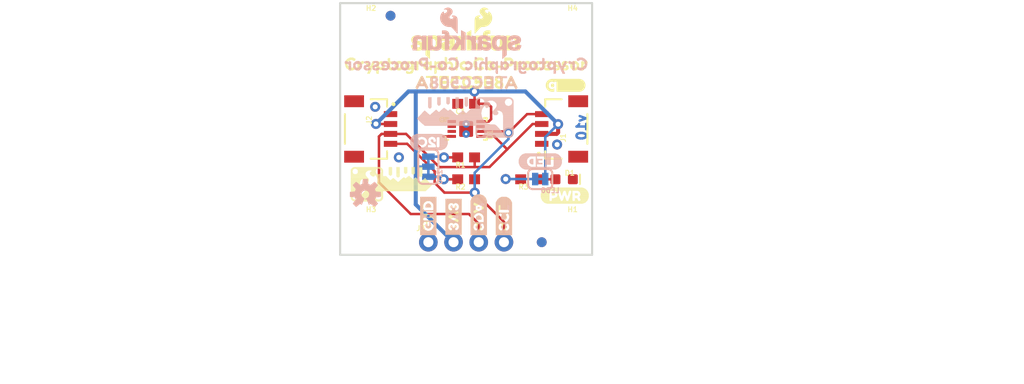
<source format=kicad_pcb>
(kicad_pcb (version 20211014) (generator pcbnew)
  (layers (0 "F.Cu" signal) (31 "B.Cu" signal) (34 "B.Paste" user) (35 "F.Paste" user) (36 "B.SilkS" user "B.Silkscreen") (37 "F.SilkS" user "F.Silkscreen") (38 "B.Mask" user) (39 "F.Mask" user) (44 "Edge.Cuts" user))
  (net 0 "")
  (net 1 "GND")
  (net 2 "SCL")
  (net 3 "SDA")
  (net 4 "3.3V")
  (net 5 "N$4")
  (net 6 "N$5")
  (net 7 "N$3")
  (net 8 "N$7")
  (footprint "boardEagle:LED-0603" (layer "F.Cu") (at 158.3817 110.0836)
    (fp_text reference "D1" (at 0 -0.635) (layer "F.SilkS") (effects (font (size 0.512064 0.512064) (thickness 0.097536)) (justify left)))
    (fp_text value "RED")
    (pad "A" smd roundrect (at -0.877 0 270) (size 1 1) (layers "F.Cu" "F.Paste" "F.Mask") (roundrect_rratio 0.15) (net 7 "N$3"))
    (pad "C" smd roundrect (at 0.877 0 270) (size 1 1) (layers "F.Cu" "F.Paste" "F.Mask") (roundrect_rratio 0.15) (net 1 "GND"))
  )
  (footprint "boardEagle:SCL6" (layer "F.Cu") (at 152.3111 116.205 90)
    (fp_text reference "U$6" hide)
    (fp_text value "" hide)
  )
  (footprint "boardEagle:CRYPTO_COPROCESSOR_LOGO#04#PNG" (layer "F.Cu") (at 140.8811 110.49)
    (fp_text reference "U$18" hide)
    (fp_text value "" hide)
  )
  (footprint "boardEagle:0603" (layer "F.Cu") (at 148.5011 110.0836 180)
    (fp_text reference "R2" (at 0 -0.762) (layer "F.SilkS") (effects (font (size 0.512064 0.512064) (thickness 0.097536)) (justify right)))
    (fp_text value "4.7k")
    (pad "1" smd rect (at -0.85 0 180) (size 1.1 1) (layers "F.Cu" "F.Paste" "F.Mask") (net 2 "SCL"))
    (pad "2" smd rect (at 0.85 0 180) (size 1.1 1) (layers "F.Cu" "F.Paste" "F.Mask") (net 6 "N$5"))
  )
  (footprint "boardEagle:0603" (layer "F.Cu") (at 148.5011 107.8738 180)
    (fp_text reference "R1" (at 0 -0.762) (layer "F.SilkS") (effects (font (size 0.512064 0.512064) (thickness 0.097536)) (justify right)))
    (fp_text value "4.7k")
    (pad "1" smd rect (at -0.85 0 180) (size 1.1 1) (layers "F.Cu" "F.Paste" "F.Mask") (net 3 "SDA"))
    (pad "2" smd rect (at 0.85 0 180) (size 1.1 1) (layers "F.Cu" "F.Paste" "F.Mask") (net 5 "N$4"))
  )
  (footprint "boardEagle:3V34" (layer "F.Cu") (at 147.2311 116.205 90)
    (fp_text reference "U$2" hide)
    (fp_text value "" hide)
  )
  (footprint "boardEagle:PWR0" (layer "F.Cu") (at 155.9433 111.7346)
    (fp_text reference "U$13" hide)
    (fp_text value "" hide)
  )
  (footprint "boardEagle:FIDUCIAL-1X2" (layer "F.Cu") (at 140.8811 93.5736)
    (fp_text reference "FD1" hide)
    (fp_text value "FIDUCIAL1X2" hide)
    (pad "1" smd roundrect (at 0 0) (size 1 1) (layers "F.Cu" "F.Mask") (roundrect_rratio 0.5))
  )
  (footprint "boardEagle:CRYPTOGRAPHIC_CO#PROCESSOR0" (layer "F.Cu") (at 135.0899 98.425)
    (fp_text reference "U$17" hide)
    (fp_text value "" hide)
  )
  (footprint "boardEagle:STAND-OFF" (layer "F.Cu") (at 158.6611 115.1636)
    (fp_text reference "H1" (at 0 -2.032) (layer "F.SilkS") (effects (font (size 0.512064 0.512064) (thickness 0.097536)) (justify left)))
    (fp_text value "STAND-OFF")
    (pad "" np_thru_hole circle (at 0 0) (size 3.302 3.302) (drill 3.302) (layers *.Cu *.Mask))
  )
  (footprint "boardEagle:SDA5" (layer "F.Cu") (at 149.7711 116.205 90)
    (fp_text reference "U$5" hide)
    (fp_text value "" hide)
  )
  (footprint "boardEagle:STAND-OFF" (layer "F.Cu") (at 138.3411 115.1636)
    (fp_text reference "H3" (at 0 -2.032) (layer "F.SilkS") (effects (font (size 0.512064 0.512064) (thickness 0.097536)) (justify left)))
    (fp_text value "STAND-OFF")
    (pad "" np_thru_hole circle (at 0 0) (size 3.302 3.302) (drill 3.302) (layers *.Cu *.Mask))
  )
  (footprint "boardEagle:0603" (layer "F.Cu") (at 154.8511 110.0836 180)
    (fp_text reference "R3" (at 0 -0.762) (layer "F.SilkS") (effects (font (size 0.512064 0.512064) (thickness 0.097536)) (justify right)))
    (fp_text value "1k")
    (pad "1" smd rect (at -0.85 0 180) (size 1.1 1) (layers "F.Cu" "F.Paste" "F.Mask") (net 7 "N$3"))
    (pad "2" smd rect (at 0.85 0 180) (size 1.1 1) (layers "F.Cu" "F.Paste" "F.Mask") (net 8 "N$7"))
  )
  (footprint "boardEagle:STAND-OFF" (layer "F.Cu") (at 138.3411 94.8436)
    (fp_text reference "H2" (at 0 -2.032) (layer "F.SilkS") (effects (font (size 0.512064 0.512064) (thickness 0.097536)) (justify left)))
    (fp_text value "STAND-OFF")
    (pad "" np_thru_hole circle (at 0 0) (size 3.302 3.302) (drill 3.302) (layers *.Cu *.Mask))
  )
  (footprint "boardEagle:UDFN_2X3MM" (layer "F.Cu") (at 148.5011 105.0036 -90)
    (fp_text reference "U1" (at 0 -2.413 90) (layer "F.SilkS") (effects (font (size 0.512064 0.512064) (thickness 0.097536)) (justify right)))
    (fp_text value "ATECC508A")
    (pad "1" smd rect (at -0.75 1.45 270) (size 0.3 0.85) (layers "F.Cu" "F.Paste" "F.Mask"))
    (pad "2" smd rect (at -0.25 1.45 270) (size 0.3 0.85) (layers "F.Cu" "F.Paste" "F.Mask"))
    (pad "3" smd rect (at 0.25 1.45 270) (size 0.3 0.85) (layers "F.Cu" "F.Paste" "F.Mask"))
    (pad "4" smd rect (at 0.75 1.45 270) (size 0.3 0.85) (layers "F.Cu" "F.Paste" "F.Mask") (net 1 "GND"))
    (pad "5" smd rect (at 0.75 -1.45 270) (size 0.3 0.85) (layers "F.Cu" "F.Paste" "F.Mask") (net 3 "SDA"))
    (pad "6" smd rect (at 0.25 -1.45 270) (size 0.3 0.85) (layers "F.Cu" "F.Paste" "F.Mask") (net 2 "SCL"))
    (pad "7" smd rect (at -0.25 -1.45 270) (size 0.3 0.85) (layers "F.Cu" "F.Paste" "F.Mask"))
    (pad "8" smd rect (at -0.75 -1.45 270) (size 0.3 0.85) (layers "F.Cu" "F.Paste" "F.Mask") (net 4 "3.3V"))
    (pad "P" smd roundrect (at 0 0 270) (size 1.6 1.4) (layers "F.Cu" "F.Mask") (roundrect_rratio 0.1) (net 1 "GND"))
  )
  (footprint "boardEagle:1X04_NO_SILK" (layer "F.Cu") (at 144.6911 116.4336)
    (fp_text reference "J3" (at -1.27 -1.397) (layer "F.SilkS") (effects (font (size 0.512064 0.512064) (thickness 0.097536)) (justify left)))
    (fp_text value "PTH")
    (pad "1" thru_hole circle (at 0 0 90) (size 1.8796 1.8796) (drill 1.016) (layers *.Cu *.Mask) (net 1 "GND"))
    (pad "2" thru_hole circle (at 2.54 0 90) (size 1.8796 1.8796) (drill 1.016) (layers *.Cu *.Mask) (net 4 "3.3V"))
    (pad "3" thru_hole circle (at 5.08 0 90) (size 1.8796 1.8796) (drill 1.016) (layers *.Cu *.Mask) (net 3 "SDA"))
    (pad "4" thru_hole circle (at 7.62 0 90) (size 1.8796 1.8796) (drill 1.016) (layers *.Cu *.Mask) (net 2 "SCL"))
  )
  (footprint "boardEagle:STAND-OFF" (layer "F.Cu") (at 158.6611 94.8436)
    (fp_text reference "H4" (at 0 -2.032) (layer "F.SilkS") (effects (font (size 0.512064 0.512064) (thickness 0.097536)) (justify left)))
    (fp_text value "STAND-OFF")
    (pad "" np_thru_hole circle (at 0 0) (size 3.302 3.302) (drill 3.302) (layers *.Cu *.Mask))
  )
  (footprint "boardEagle:ATECC508A0" (layer "F.Cu") (at 142.2019 100.2792)
    (fp_text reference "U$12" hide)
    (fp_text value "" hide)
  )
  (footprint "boardEagle:FIDUCIAL-1X2" (layer "F.Cu") (at 156.1211 116.4336)
    (fp_text reference "FD2" hide)
    (fp_text value "FIDUCIAL1X2" hide)
    (pad "1" smd roundrect (at 0 0) (size 1 1) (layers "F.Cu" "F.Mask") (roundrect_rratio 0.5))
  )
  (footprint "boardEagle:SFE_LOGO_NAME_FLAME_.1" (layer "F.Cu") (at 148.5011 96.45015)
    (fp_text reference "LOGO1" hide)
    (fp_text value "SFE_LOGO_NAME_FLAME.1_INCH" hide)
  )
  (footprint "boardEagle:GND3" (layer "F.Cu") (at 144.6911 116.205 90)
    (fp_text reference "U$4" hide)
    (fp_text value "" hide)
  )
  (footprint "boardEagle:JST04_1MM_RA" (layer "F.Cu") (at 140.8811 105.0036 -90)
    (fp_text reference "J2" (at -1.397 2.159 90) (layer "F.SilkS") (effects (font (size 0.512064 0.512064) (thickness 0.097536)) (justify right)))
    (fp_text value "QWIIC")
    (pad "1" smd rect (at -1.5 0 270) (size 0.6 1.35) (layers "F.Cu" "F.Paste" "F.Mask") (net 1 "GND"))
    (pad "2" smd rect (at -0.5 0 270) (size 0.6 1.35) (layers "F.Cu" "F.Paste" "F.Mask") (net 4 "3.3V"))
    (pad "3" smd rect (at 0.5 0 270) (size 0.6 1.35) (layers "F.Cu" "F.Paste" "F.Mask") (net 3 "SDA"))
    (pad "4" smd rect (at 1.5 0 270) (size 0.6 1.35) (layers "F.Cu" "F.Paste" "F.Mask") (net 2 "SCL"))
    (pad "NC1" smd rect (at 2.8 3.675 270) (size 1.2 2) (layers "F.Cu" "F.Paste" "F.Mask"))
    (pad "NC2" smd rect (at -2.8 3.675 270) (size 1.2 2) (layers "F.Cu" "F.Paste" "F.Mask"))
  )
  (footprint "boardEagle:CREATIVE_COMMONS" (layer "F.Cu") (at 121.8311 130.4036)
    (fp_text reference "FRAME1" hide)
    (fp_text value "FRAME-LETTER" hide)
  )
  (footprint "boardEagle:JST04_1MM_RA" (layer "F.Cu") (at 156.1211 105.0036 90)
    (fp_text reference "J1" (at -1.397 2.159 90) (layer "F.SilkS") (effects (font (size 0.512064 0.512064) (thickness 0.097536)) (justify left)))
    (fp_text value "QWIIC")
    (pad "1" smd rect (at -1.5 0 90) (size 0.6 1.35) (layers "F.Cu" "F.Paste" "F.Mask") (net 1 "GND"))
    (pad "2" smd rect (at -0.5 0 90) (size 0.6 1.35) (layers "F.Cu" "F.Paste" "F.Mask") (net 4 "3.3V"))
    (pad "3" smd rect (at 0.5 0 90) (size 0.6 1.35) (layers "F.Cu" "F.Paste" "F.Mask") (net 3 "SDA"))
    (pad "4" smd rect (at 1.5 0 90) (size 0.6 1.35) (layers "F.Cu" "F.Paste" "F.Mask") (net 2 "SCL"))
    (pad "NC1" smd rect (at 2.8 3.675 90) (size 1.2 2) (layers "F.Cu" "F.Paste" "F.Mask"))
    (pad "NC2" smd rect (at -2.8 3.675 90) (size 1.2 2) (layers "F.Cu" "F.Paste" "F.Mask"))
  )
  (footprint "boardEagle:QWIIC_4MM" (layer "F.Cu") (at 158.5341 100.6094)
    (fp_text reference "U$16" hide)
    (fp_text value "" hide)
  )
  (footprint "boardEagle:0603" (layer "F.Cu") (at 148.5011 102.4636 180)
    (fp_text reference "C1" (at 0 -0.762) (layer "F.SilkS") (effects (font (size 0.512064 0.512064) (thickness 0.097536)) (justify right)))
    (fp_text value "0.1uF")
    (pad "1" smd rect (at -0.85 0 180) (size 1.1 1) (layers "F.Cu" "F.Paste" "F.Mask") (net 4 "3.3V"))
    (pad "2" smd rect (at 0.85 0 180) (size 1.1 1) (layers "F.Cu" "F.Paste" "F.Mask") (net 1 "GND"))
  )
  (footprint "boardEagle:GND3" (layer "B.Cu") (at 144.6911 116.205 90)
    (fp_text reference "U$8" hide)
    (fp_text value "" hide)
  )
  (footprint "boardEagle:OSHW-LOGO-S" (layer "B.Cu") (at 138.3411 111.6076 180)
    (fp_text reference "LOGO4" hide)
    (fp_text value "OSHW-LOGOS" hide)
  )
  (footprint "boardEagle:3V34" (layer "B.Cu") (at 147.2311 116.205 90)
    (fp_text reference "U$7" hide)
    (fp_text value "" hide)
  )
  (footprint "boardEagle:I2C0" (layer "B.Cu") (at 146.7739 106.3244 180)
    (fp_text reference "U$22" hide)
    (fp_text value "" hide)
  )
  (footprint "boardEagle:SFE_LOGO_NAME_FLAME_.1" (layer "B.Cu") (at 148.5011 96.45015 180)
    (fp_text reference "LOGO2" hide)
    (fp_text value "SFE_LOGO_NAME_FLAME.1_INCH" hide)
  )
  (footprint "boardEagle:SCL6" (layer "B.Cu") (at 152.3111 116.205 90)
    (fp_text reference "U$10" hide)
    (fp_text value "" hide)
  )
  (footprint "boardEagle:FIDUCIAL-1X2" (layer "B.Cu") (at 156.1211 116.4336 180)
    (fp_text reference "FD3" hide)
    (fp_text value "FIDUCIAL1X2" hide)
    (pad "1" smd roundrect (at 0 0 180) (size 1 1) (layers "B.Cu" "B.Mask") (roundrect_rratio 0.5))
  )
  (footprint "boardEagle:SMT-JUMPER_3_2-NC_TRACE_SILK" (layer "B.Cu") (at 144.6911 108.8136 90)
    (fp_text reference "I2C0" (at 0 1.143 90) (layer "B.SilkS") (effects (font (size 0.512064 0.512064) (thickness 0.097536)) (justify left mirror)))
    (fp_text value "")
    (fp_poly (pts (xy 0.3048 -0.127) (xy 0.7112 -0.127) (xy 0.7112 0.127) (xy 0.3048 0.127)) (layer "B.Cu") (width 0) (fill solid))
    (fp_poly (pts (xy -0.7112 -0.127) (xy -0.3048 -0.127) (xy -0.3048 0.127) (xy -0.7112 0.127)) (layer "B.Cu") (width 0) (fill solid))
    (pad "1" smd rect (at -1.016 0 90) (size 0.635 1.27) (layers "B.Cu" "B.Mask") (net 6 "N$5"))
    (pad "2" smd rect (at 0 0 90) (size 0.635 1.27) (layers "B.Cu" "B.Mask") (net 4 "3.3V"))
    (pad "3" smd rect (at 1.016 0 90) (size 0.635 1.27) (layers "B.Cu" "B.Mask") (net 5 "N$4"))
  )
  (footprint "boardEagle:LED0" (layer "B.Cu") (at 158.2801 108.2802 180)
    (fp_text reference "U$1" hide)
    (fp_text value "" hide)
  )
  (footprint "boardEagle:ATECC508A0" (layer "B.Cu") (at 154.8765 100.3046 180)
    (fp_text reference "U$14" hide)
    (fp_text value "" hide)
  )
  (footprint "boardEagle:FIDUCIAL-1X2" (layer "B.Cu") (at 140.8811 93.5736 180)
    (fp_text reference "FD4" hide)
    (fp_text value "FIDUCIAL1X2" hide)
    (pad "1" smd roundrect (at 0 0 180) (size 1 1) (layers "B.Cu" "B.Mask") (roundrect_rratio 0.5))
  )
  (footprint "boardEagle:SMT-JUMPER_2_NC_TRACE_SILK" (layer "B.Cu") (at 155.9687 110.0582)
    (fp_text reference "LED0" (at 0 1.143) (layer "B.SilkS") (effects (font (size 0.512064 0.512064) (thickness 0.097536)) (justify right mirror)))
    (fp_text value "")
    (fp_poly (pts (xy -0.2032 -0.127) (xy 0.2032 -0.127) (xy 0.2032 0.127) (xy -0.2032 0.127)) (layer "B.Cu") (width 0) (fill solid))
    (pad "1" smd rect (at -0.508 0) (size 0.635 1.27) (layers "B.Cu" "B.Mask") (net 8 "N$7"))
    (pad "2" smd rect (at 0.508 0) (size 0.635 1.27) (layers "B.Cu" "B.Mask") (net 4 "3.3V"))
  )
  (footprint "boardEagle:CRYPTO_COPROCESSOR_LOGO#04#PNG" (layer "B.Cu") (at 148.5011 103.7336 180)
    (fp_text reference "U$15" hide)
    (fp_text value "" hide)
  )
  (footprint "boardEagle:CRYPTOGRAPHIC_CO#PROCESSOR0" (layer "B.Cu") (at 161.9123 98.425 180)
    (fp_text reference "U$11" hide)
    (fp_text value "" hide)
  )
  (footprint "boardEagle:SDA5" (layer "B.Cu") (at 149.7711 116.205 90)
    (fp_text reference "U$3" hide)
    (fp_text value "" hide)
  )
  (gr_line (start 161.2011 117.7036) (end 135.8011 117.7036) (layer "Edge.Cuts") (width 0.2032))
  (gr_line (start 161.2011 92.3036) (end 161.2011 117.7036) (layer "Edge.Cuts") (width 0.2032))
  (gr_line (start 135.8011 92.3036) (end 161.2011 92.3036) (layer "Edge.Cuts") (width 0.2032))
  (gr_line (start 135.8011 117.7036) (end 135.8011 92.3036) (layer "Edge.Cuts") (width 0.2032))
  (gr_text "v10" (at 160.1597 104.8512 -270) (layer "B.Cu") (effects (font (size 0.9652 0.9652) (thickness 0.3048)) (justify mirror)))
  (segment (start 147.0511 105.7536) (end 146.2031 105.7536) (width 0.254) (layer "F.Cu") (net 1))
  (via (at 148.5011 104.4956) (size 0.762) (drill 0.254) (layers "F.Cu" "B.Cu") (net 1))
  (via (at 139.3317 102.7684) (size 1.016) (drill 0.508) (layers "F.Cu" "B.Cu") (net 1))
  (via (at 157.6705 106.5784) (size 1.016) (drill 0.508) (layers "F.Cu" "B.Cu") (net 1))
  (via (at 148.5011 105.5116) (size 0.762) (drill 0.254) (layers "F.Cu" "B.Cu") (net 1))
  (via (at 141.7193 107.8738) (size 1.016) (drill 0.508) (layers "F.Cu" "B.Cu") (net 1))
  (segment (start 146.3167 111.4298) (end 149.3647 111.4298) (width 0.254) (layer "F.Cu") (net 2))
  (segment (start 152.3111 114.3762) (end 152.3111 116.4336) (width 0.254) (layer "F.Cu") (net 2))
  (segment (start 156.1211 103.5036) (end 154.6493 103.5036) (width 0.254) (layer "F.Cu") (net 2))
  (segment (start 145.3261 110.4392) (end 146.3167 111.4298) (width 0.254) (layer "F.Cu") (net 2))
  (segment (start 149.3647 111.4298) (end 152.3111 114.3762) (width 0.254) (layer "F.Cu") (net 2))
  (segment (start 142.5589 106.5036) (end 145.3261 109.2708) (width 0.254) (layer "F.Cu") (net 2))
  (segment (start 149.3511 110.0836) (end 149.3647 110.0972) (width 0.254) (layer "F.Cu") (net 2))
  (segment (start 145.3261 109.2708) (end 145.3261 110.4392) (width 0.254) (layer "F.Cu") (net 2))
  (segment (start 152.6373 105.2536) (end 149.9511 105.2536) (width 0.254) (layer "F.Cu") (net 2))
  (segment (start 152.7683 105.3846) (end 152.6373 105.2536) (width 0.254) (layer "F.Cu") (net 2))
  (segment (start 140.8811 106.5036) (end 142.5589 106.5036) (width 0.254) (layer "F.Cu") (net 2))
  (segment (start 149.3647 110.0972) (end 149.3647 111.4298) (width 0.254) (layer "F.Cu") (net 2))
  (segment (start 154.6493 103.5036) (end 152.7683 105.3846) (width 0.254) (layer "F.Cu") (net 2))
  (via (at 149.3647 111.4298) (size 1.016) (drill 0.508) (layers "F.Cu" "B.Cu") (net 2))
  (via (at 152.7683 105.3846) (size 1.016) (drill 0.508) (layers "F.Cu" "B.Cu") (net 2))
  (segment (start 152.7683 105.3846) (end 152.7683 106.0196) (width 0.254) (layer "B.Cu") (net 2))
  (segment (start 152.7683 106.0196) (end 149.3647 109.4232) (width 0.254) (layer "B.Cu") (net 2))
  (segment (start 149.3647 109.4232) (end 149.3647 111.4298) (width 0.254) (layer "B.Cu") (net 2))
  (segment (start 149.7711 116.4336) (end 149.7711 114.5794) (width 0.254) (layer "F.Cu") (net 3))
  (segment (start 139.9747 105.5036) (end 140.8811 105.5036) (width 0.254) (layer "F.Cu") (net 3))
  (segment (start 149.9511 105.7536) (end 151.3339 105.7536) (width 0.254) (layer "F.Cu") (net 3))
  (segment (start 139.7127 110.3884) (end 139.7127 105.7656) (width 0.254) (layer "F.Cu") (net 3))
  (segment (start 151.3339 105.7536) (end 152.6286 107.0483) (width 0.254) (layer "F.Cu") (net 3))
  (segment (start 149.7711 114.5794) (end 148.7805 113.5888) (width 0.254) (layer "F.Cu") (net 3))
  (segment (start 149.3647 107.8874) (end 149.3647 108.8508) (width 0.254) (layer "F.Cu") (net 3))
  (segment (start 139.7127 105.7656) (end 139.9747 105.5036) (width 0.254) (layer "F.Cu") (net 3))
  (segment (start 150.8515 108.8508) (end 149.3647 108.8508) (width 0.254) (layer "F.Cu") (net 3))
  (segment (start 148.7805 113.5888) (end 142.9131 113.5888) (width 0.254) (layer "F.Cu") (net 3))
  (segment (start 142.4479 105.5036) (end 145.7951 108.8508) (width 0.254) (layer "F.Cu") (net 3))
  (segment (start 152.6286 107.0483) (end 152.6286 107.0737) (width 0.254) (layer "F.Cu") (net 3))
  (segment (start 140.8811 105.5036) (end 142.4479 105.5036) (width 0.254) (layer "F.Cu") (net 3))
  (segment (start 152.6286 107.0737) (end 150.8515 108.8508) (width 0.254) (layer "F.Cu") (net 3))
  (segment (start 142.9131 113.5888) (end 139.7127 110.3884) (width 0.254) (layer "F.Cu") (net 3))
  (segment (start 149.3511 107.8738) (end 149.3647 107.8874) (width 0.254) (layer "F.Cu") (net 3))
  (segment (start 156.1211 104.5036) (end 155.1987 104.5036) (width 0.254) (layer "F.Cu") (net 3))
  (segment (start 155.1987 104.5036) (end 152.6286 107.0737) (width 0.254) (layer "F.Cu") (net 3))
  (segment (start 145.7951 108.8508) (end 149.3647 108.8508) (width 0.254) (layer "F.Cu") (net 3))
  (segment (start 149.3511 102.4636) (end 149.3511 101.2308) (width 0.254) (layer "F.Cu") (net 4))
  (segment (start 150.7109 102.4636) (end 149.3511 102.4636) (width 0.254) (layer "F.Cu") (net 4))
  (segment (start 149.3511 101.2308) (end 149.3393 101.219) (width 0.254) (layer "F.Cu") (net 4))
  (segment (start 139.4079 104.4956) (end 139.4159 104.5036) (width 0.254) (layer "F.Cu") (net 4))
  (segment (start 157.7721 105.3592) (end 157.7721 104.521) (width 0.4064) (layer "F.Cu") (net 4))
  (segment (start 151.0157 102.7684) (end 150.7109 102.4636) (width 0.254) (layer "F.Cu") (net 4))
  (segment (start 149.9511 104.2536) (end 150.7751 104.2536) (width 0.254) (layer "F.Cu") (net 4))
  (segment (start 156.1211 105.5036) (end 157.6277 105.5036) (width 0.4064) (layer "F.Cu") (net 4))
  (segment (start 139.4159 104.5036) (end 140.8811 104.5036) (width 0.254) (layer "F.Cu") (net 4))
  (segment (start 151.0157 104.013) (end 151.0157 102.7684) (width 0.254) (layer "F.Cu") (net 4))
  (segment (start 157.6277 105.5036) (end 157.7721 105.3592) (width 0.4064) (layer "F.Cu") (net 4))
  (segment (start 150.7751 104.2536) (end 151.0157 104.013) (width 0.254) (layer "F.Cu") (net 4))
  (via (at 149.3393 101.219) (size 1.016) (drill 0.508) (layers "F.Cu" "B.Cu") (net 4))
  (via (at 139.4079 104.4956) (size 1.016) (drill 0.508) (layers "F.Cu" "B.Cu") (net 4))
  (via (at 157.7721 104.521) (size 1.016) (drill 0.508) (layers "F.Cu" "B.Cu") (net 4))
  (segment (start 143.4211 108.8136) (end 143.4211 101.219) (width 0.4064) (layer "B.Cu") (net 4))
  (segment (start 156.4767 105.8164) (end 157.7721 104.521) (width 0.254) (layer "B.Cu") (net 4))
  (segment (start 156.4767 110.0582) (end 156.4767 105.8164) (width 0.254) (layer "B.Cu") (net 4))
  (segment (start 142.6845 101.219) (end 143.4211 101.219) (width 0.4064) (layer "B.Cu") (net 4))
  (segment (start 157.7721 104.521) (end 154.4701 101.219) (width 0.4064) (layer "B.Cu") (net 4))
  (segment (start 154.4701 101.219) (end 149.3393 101.219) (width 0.4064) (layer "B.Cu") (net 4))
  (segment (start 143.4211 101.219) (end 149.3393 101.219) (width 0.4064) (layer "B.Cu") (net 4))
  (segment (start 143.4211 112.6236) (end 143.4211 108.8136) (width 0.4064) (layer "B.Cu") (net 4))
  (segment (start 139.4079 104.4956) (end 142.6845 101.219) (width 0.4064) (layer "B.Cu") (net 4))
  (segment (start 143.4211 112.6236) (end 147.2311 116.4336) (width 0.4064) (layer "B.Cu") (net 4))
  (segment (start 144.6911 108.8136) (end 143.4211 108.8136) (width 0.254) (layer "B.Cu") (net 4))
  (segment (start 147.6511 107.8738) (end 146.2659 107.8738) (width 0.254) (layer "F.Cu") (net 5))
  (via (at 146.2659 107.8738) (size 1.016) (drill 0.508) (layers "F.Cu" "B.Cu") (net 5))
  (segment (start 146.2659 107.8738) (end 146.1897 107.7976) (width 0.254) (layer "B.Cu") (net 5))
  (segment (start 146.1897 107.7976) (end 144.6911 107.7976) (width 0.254) (layer "B.Cu") (net 5))
  (segment (start 147.6511 110.0836) (end 146.2405 110.0836) (width 0.254) (layer "F.Cu") (net 6))
  (via (at 146.2405 110.0836) (size 1.016) (drill 0.508) (layers "F.Cu" "B.Cu") (net 6))
  (segment (start 146.2405 110.0836) (end 145.9865 109.8296) (width 0.254) (layer "B.Cu") (net 6))
  (segment (start 145.9865 109.8296) (end 144.6911 109.8296) (width 0.254) (layer "B.Cu") (net 6))
  (segment (start 157.5047 110.0836) (end 155.7011 110.0836) (width 0.254) (layer "F.Cu") (net 7))
  (segment (start 153.9757 110.0582) (end 154.0011 110.0836) (width 0.254) (layer "F.Cu") (net 8))
  (segment (start 152.4889 110.0582) (end 153.9757 110.0582) (width 0.254) (layer "F.Cu") (net 8))
  (via (at 152.4889 110.0582) (size 1.016) (drill 0.508) (layers "F.Cu" "B.Cu") (net 8))
  (segment (start 155.4607 110.0582) (end 152.4889 110.0582) (width 0.254) (layer "B.Cu") (net 8))
)
</source>
